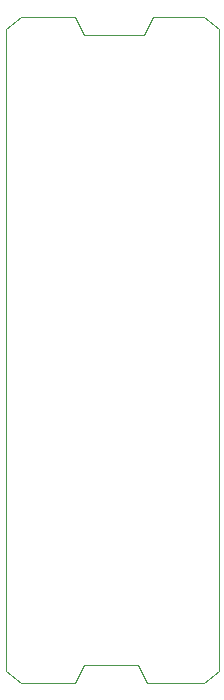
<source format=gbr>
G04 #@! TF.GenerationSoftware,KiCad,Pcbnew,(5.1.5-0-10_14)*
G04 #@! TF.CreationDate,2021-04-13T14:10:52+02:00*
G04 #@! TF.ProjectId,UUT_Cable_Header,5555545f-4361-4626-9c65-5f4865616465,rev?*
G04 #@! TF.SameCoordinates,Original*
G04 #@! TF.FileFunction,Profile,NP*
%FSLAX46Y46*%
G04 Gerber Fmt 4.6, Leading zero omitted, Abs format (unit mm)*
G04 Created by KiCad (PCBNEW (5.1.5-0-10_14)) date 2021-04-13 14:10:52*
%MOMM*%
%LPD*%
G04 APERTURE LIST*
%ADD10C,0.050000*%
G04 APERTURE END LIST*
D10*
X126492000Y-110236000D02*
X121920000Y-110236000D01*
X132588000Y-110236000D02*
X131826000Y-108712000D01*
X131826000Y-108712000D02*
X127254000Y-108712000D01*
X138684000Y-109220000D02*
X137414000Y-110236000D01*
X121920000Y-110236000D02*
X120650000Y-109220000D01*
X127254000Y-108712000D02*
X126492000Y-110236000D01*
X137414000Y-110236000D02*
X132588000Y-110236000D01*
X121920000Y-53848000D02*
X126492000Y-53848000D01*
X133096000Y-53848000D02*
X137414000Y-53848000D01*
X127254000Y-55372000D02*
X132334000Y-55372000D01*
X120650000Y-54864000D02*
X120650000Y-109220000D01*
X138684000Y-109220000D02*
X138684000Y-54864000D01*
X137414000Y-53848000D02*
X138684000Y-54864000D01*
X132334000Y-55372000D02*
X133096000Y-53848000D01*
X126492000Y-53848000D02*
X127254000Y-55372000D01*
X120650000Y-54864000D02*
X121920000Y-53848000D01*
M02*

</source>
